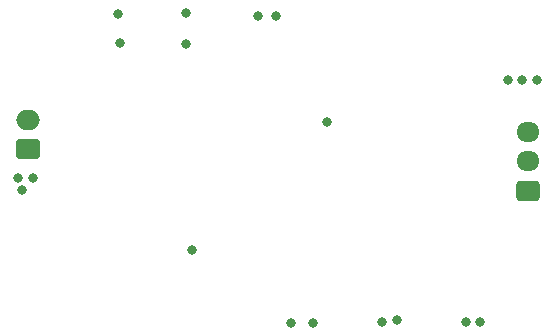
<source format=gbr>
%TF.GenerationSoftware,KiCad,Pcbnew,(6.0.2)*%
%TF.CreationDate,2022-10-19T14:59:14+05:30*%
%TF.ProjectId,psu,7073752e-6b69-4636-9164-5f7063625858,rev?*%
%TF.SameCoordinates,Original*%
%TF.FileFunction,Soldermask,Bot*%
%TF.FilePolarity,Negative*%
%FSLAX46Y46*%
G04 Gerber Fmt 4.6, Leading zero omitted, Abs format (unit mm)*
G04 Created by KiCad (PCBNEW (6.0.2)) date 2022-10-19 14:59:14*
%MOMM*%
%LPD*%
G01*
G04 APERTURE LIST*
G04 Aperture macros list*
%AMRoundRect*
0 Rectangle with rounded corners*
0 $1 Rounding radius*
0 $2 $3 $4 $5 $6 $7 $8 $9 X,Y pos of 4 corners*
0 Add a 4 corners polygon primitive as box body*
4,1,4,$2,$3,$4,$5,$6,$7,$8,$9,$2,$3,0*
0 Add four circle primitives for the rounded corners*
1,1,$1+$1,$2,$3*
1,1,$1+$1,$4,$5*
1,1,$1+$1,$6,$7*
1,1,$1+$1,$8,$9*
0 Add four rect primitives between the rounded corners*
20,1,$1+$1,$2,$3,$4,$5,0*
20,1,$1+$1,$4,$5,$6,$7,0*
20,1,$1+$1,$6,$7,$8,$9,0*
20,1,$1+$1,$8,$9,$2,$3,0*%
G04 Aperture macros list end*
%ADD10RoundRect,0.250000X0.725000X-0.600000X0.725000X0.600000X-0.725000X0.600000X-0.725000X-0.600000X0*%
%ADD11O,1.950000X1.700000*%
%ADD12RoundRect,0.250000X0.750000X-0.600000X0.750000X0.600000X-0.750000X0.600000X-0.750000X-0.600000X0*%
%ADD13O,2.000000X1.700000*%
%ADD14C,0.800000*%
G04 APERTURE END LIST*
D10*
%TO.C,J2*%
X167910000Y-87210000D03*
D11*
X167910000Y-84710000D03*
X167910000Y-82210000D03*
%TD*%
D12*
%TO.C,J1*%
X125603000Y-83693000D03*
D13*
X125603000Y-81193000D03*
%TD*%
D14*
X162687000Y-98298000D03*
X139446000Y-92202000D03*
X138938000Y-74803000D03*
X133223000Y-72263000D03*
X125095000Y-87122000D03*
X150876000Y-81407000D03*
X168656000Y-77851000D03*
X155575000Y-98298000D03*
X167386000Y-77851000D03*
X163830000Y-98298000D03*
X146558000Y-72390000D03*
X138938000Y-72136000D03*
X149733000Y-98425000D03*
X124714000Y-86106000D03*
X147828000Y-98425000D03*
X156845000Y-98171000D03*
X145034000Y-72390000D03*
X166243000Y-77851000D03*
X133350000Y-74676000D03*
X125984000Y-86106000D03*
M02*

</source>
